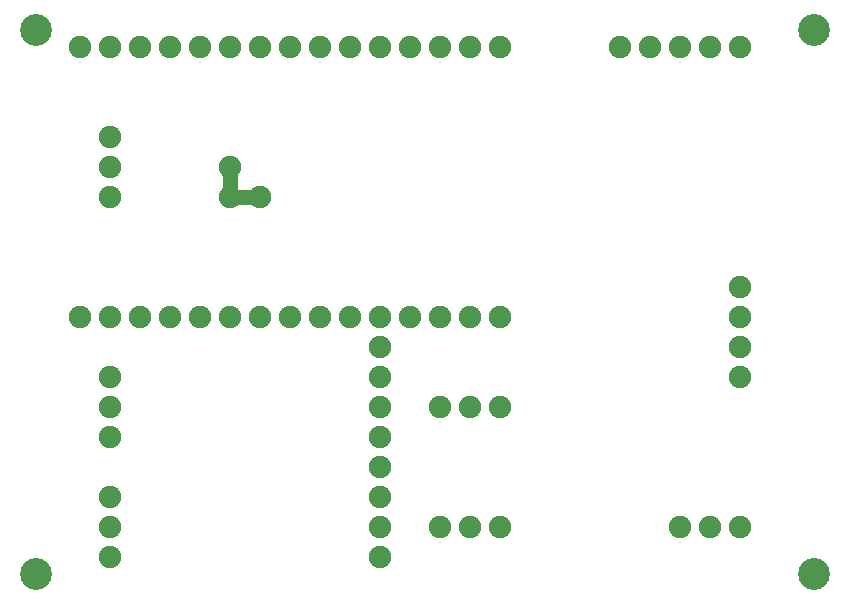
<source format=gbs>
G04 #@! TF.GenerationSoftware,KiCad,Pcbnew,(5.0.0)*
G04 #@! TF.CreationDate,2020-04-22T19:14:28+02:00*
G04 #@! TF.ProjectId,Homesensor,486F6D6573656E736F722E6B69636164,rev?*
G04 #@! TF.SameCoordinates,Original*
G04 #@! TF.FileFunction,Soldermask,Bot*
G04 #@! TF.FilePolarity,Negative*
%FSLAX46Y46*%
G04 Gerber Fmt 4.6, Leading zero omitted, Abs format (unit mm)*
G04 Created by KiCad (PCBNEW (5.0.0)) date 04/22/20 19:14:28*
%MOMM*%
%LPD*%
G01*
G04 APERTURE LIST*
%ADD10C,1.900000*%
%ADD11C,2.700000*%
%ADD12C,0.254000*%
G04 APERTURE END LIST*
D10*
G04 #@! TO.C,REF\002A\002A*
X81280000Y-53340000D03*
G04 #@! TD*
G04 #@! TO.C,REF\002A\002A*
X78740000Y-53340000D03*
G04 #@! TD*
G04 #@! TO.C,REF\002A\002A*
X78740000Y-76200000D03*
G04 #@! TD*
G04 #@! TO.C,REF\002A\002A*
X81280000Y-76200000D03*
G04 #@! TD*
G04 #@! TO.C,REF\002A\002A*
X83820000Y-76200000D03*
G04 #@! TD*
G04 #@! TO.C,REF\002A\002A*
X86360000Y-76200000D03*
G04 #@! TD*
G04 #@! TO.C,REF\002A\002A*
X88900000Y-76200000D03*
G04 #@! TD*
G04 #@! TO.C,REF\002A\002A*
X91440000Y-76200000D03*
G04 #@! TD*
G04 #@! TO.C,REF\002A\002A*
X93980000Y-76200000D03*
G04 #@! TD*
G04 #@! TO.C,REF\002A\002A*
X96520000Y-76200000D03*
G04 #@! TD*
G04 #@! TO.C,REF\002A\002A*
X99060000Y-76200000D03*
G04 #@! TD*
G04 #@! TO.C,REF\002A\002A*
X101600000Y-76200000D03*
G04 #@! TD*
G04 #@! TO.C,REF\002A\002A*
X114300000Y-76200000D03*
G04 #@! TD*
G04 #@! TO.C,REF\002A\002A*
X111760000Y-76200000D03*
G04 #@! TD*
G04 #@! TO.C,REF\002A\002A*
X109220000Y-76200000D03*
G04 #@! TD*
G04 #@! TO.C,REF\002A\002A*
X106680000Y-76200000D03*
G04 #@! TD*
G04 #@! TO.C,REF\002A\002A*
X104140000Y-76200000D03*
G04 #@! TD*
G04 #@! TO.C,REF\002A\002A*
X104140000Y-78740000D03*
G04 #@! TD*
G04 #@! TO.C,REF\002A\002A*
X104140000Y-81280000D03*
G04 #@! TD*
G04 #@! TO.C,REF\002A\002A*
X104140000Y-83820000D03*
G04 #@! TD*
G04 #@! TO.C,REF\002A\002A*
X104140000Y-86360000D03*
G04 #@! TD*
G04 #@! TO.C,REF\002A\002A*
X104140000Y-88900000D03*
G04 #@! TD*
G04 #@! TO.C,REF\002A\002A*
X104140000Y-91440000D03*
G04 #@! TD*
G04 #@! TO.C,REF\002A\002A*
X104140000Y-93980000D03*
G04 #@! TD*
G04 #@! TO.C,REF\002A\002A*
X104140000Y-96520000D03*
G04 #@! TD*
G04 #@! TO.C,REF\002A\002A*
X81280000Y-96520000D03*
G04 #@! TD*
G04 #@! TO.C,REF\002A\002A*
X81280000Y-93980000D03*
G04 #@! TD*
G04 #@! TO.C,REF\002A\002A*
X81280000Y-91440000D03*
G04 #@! TD*
G04 #@! TO.C,REF\002A\002A*
X81280000Y-86360000D03*
G04 #@! TD*
G04 #@! TO.C,REF\002A\002A*
X81280000Y-83820000D03*
G04 #@! TD*
G04 #@! TO.C,REF\002A\002A*
X81280000Y-81280000D03*
G04 #@! TD*
G04 #@! TO.C,REF\002A\002A*
X114300000Y-83820000D03*
G04 #@! TD*
G04 #@! TO.C,REF\002A\002A*
X111760000Y-83820000D03*
G04 #@! TD*
G04 #@! TO.C,REF\002A\002A*
X109220000Y-83820000D03*
G04 #@! TD*
G04 #@! TO.C,REF\002A\002A*
X109220000Y-93980000D03*
G04 #@! TD*
G04 #@! TO.C,REF\002A\002A*
X111760000Y-93980000D03*
G04 #@! TD*
G04 #@! TO.C,REF\002A\002A*
X114300000Y-93980000D03*
G04 #@! TD*
G04 #@! TO.C,REF\002A\002A*
X129540000Y-93980000D03*
G04 #@! TD*
G04 #@! TO.C,REF\002A\002A*
X132080000Y-93980000D03*
G04 #@! TD*
G04 #@! TO.C,REF\002A\002A*
X134620000Y-93980000D03*
G04 #@! TD*
G04 #@! TO.C,REF\002A\002A*
X134620000Y-81280000D03*
G04 #@! TD*
G04 #@! TO.C,REF\002A\002A*
X134620000Y-78740000D03*
G04 #@! TD*
G04 #@! TO.C,REF\002A\002A*
X134620000Y-76200000D03*
G04 #@! TD*
G04 #@! TO.C,REF\002A\002A*
X134620000Y-73660000D03*
G04 #@! TD*
G04 #@! TO.C,REF\002A\002A*
X93980000Y-66040000D03*
G04 #@! TD*
G04 #@! TO.C,REF\002A\002A*
X91440000Y-66040000D03*
G04 #@! TD*
G04 #@! TO.C,REF\002A\002A*
X91440000Y-63500000D03*
G04 #@! TD*
G04 #@! TO.C,REF\002A\002A*
X134620000Y-53340000D03*
G04 #@! TD*
G04 #@! TO.C,REF\002A\002A*
X132080000Y-53340000D03*
G04 #@! TD*
G04 #@! TO.C,REF\002A\002A*
X129540000Y-53340000D03*
G04 #@! TD*
G04 #@! TO.C,REF\002A\002A*
X127000000Y-53340000D03*
G04 #@! TD*
G04 #@! TO.C,REF\002A\002A*
X124460000Y-53340000D03*
G04 #@! TD*
G04 #@! TO.C,REF\002A\002A*
X114300000Y-53340000D03*
G04 #@! TD*
G04 #@! TO.C,REF\002A\002A*
X111760000Y-53340000D03*
G04 #@! TD*
G04 #@! TO.C,REF\002A\002A*
X109220000Y-53340000D03*
G04 #@! TD*
G04 #@! TO.C,REF\002A\002A*
X106680000Y-53340000D03*
G04 #@! TD*
G04 #@! TO.C,REF\002A\002A*
X104140000Y-53340000D03*
G04 #@! TD*
G04 #@! TO.C,REF\002A\002A*
X104140000Y-53340000D03*
G04 #@! TD*
G04 #@! TO.C,REF\002A\002A*
X101600000Y-53340000D03*
G04 #@! TD*
G04 #@! TO.C,REF\002A\002A*
X99060000Y-53340000D03*
G04 #@! TD*
G04 #@! TO.C,REF\002A\002A*
X96520000Y-53340000D03*
G04 #@! TD*
G04 #@! TO.C,REF\002A\002A*
X93980000Y-53340000D03*
G04 #@! TD*
G04 #@! TO.C,REF\002A\002A*
X91440000Y-53340000D03*
G04 #@! TD*
G04 #@! TO.C,REF\002A\002A*
X88900000Y-53340000D03*
G04 #@! TD*
G04 #@! TO.C,REF\002A\002A*
X86360000Y-53340000D03*
G04 #@! TD*
G04 #@! TO.C,REF\002A\002A*
X83820000Y-53340000D03*
G04 #@! TD*
G04 #@! TO.C,REF\002A\002A*
X81280000Y-66040000D03*
G04 #@! TD*
G04 #@! TO.C,REF\002A\002A*
X81280000Y-63500000D03*
G04 #@! TD*
G04 #@! TO.C,REF\002A\002A*
X81280000Y-60960000D03*
G04 #@! TD*
D11*
G04 #@! TO.C,REF\002A\002A*
X75025000Y-51930000D03*
G04 #@! TD*
G04 #@! TO.C,REF\002A\002A*
X75025000Y-97930000D03*
G04 #@! TD*
G04 #@! TO.C,REF\002A\002A*
X140875000Y-97930000D03*
G04 #@! TD*
G04 #@! TO.C,REF\002A\002A*
X140875000Y-51930000D03*
G04 #@! TD*
D12*
G36*
X91948000Y-65405000D02*
X91957667Y-65453601D01*
X91985197Y-65494803D01*
X92026399Y-65522333D01*
X92075000Y-65532000D01*
X93853000Y-65532000D01*
X93853000Y-66548000D01*
X91492606Y-66548000D01*
X90932000Y-65987394D01*
X90932000Y-63627000D01*
X91948000Y-63627000D01*
X91948000Y-65405000D01*
X91948000Y-65405000D01*
G37*
X91948000Y-65405000D02*
X91957667Y-65453601D01*
X91985197Y-65494803D01*
X92026399Y-65522333D01*
X92075000Y-65532000D01*
X93853000Y-65532000D01*
X93853000Y-66548000D01*
X91492606Y-66548000D01*
X90932000Y-65987394D01*
X90932000Y-63627000D01*
X91948000Y-63627000D01*
X91948000Y-65405000D01*
M02*

</source>
